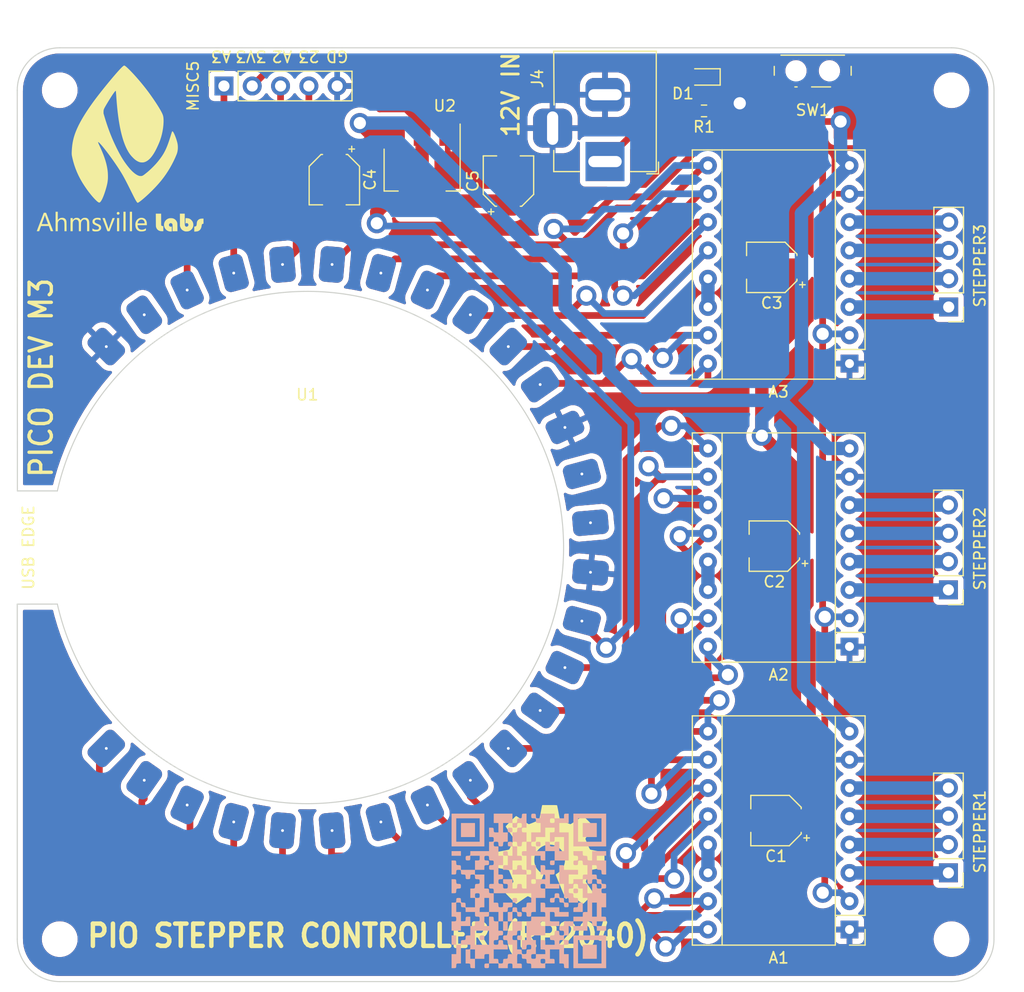
<source format=kicad_pcb>
(kicad_pcb (version 20211014) (generator pcbnew)
  (title_block (title "PIO STEPPER CONTROLLER") (date "2023-01-23") (rev "0.1") (company "AHMSVILLE LABS"))
  (layers (0 "F.Cu" signal) (31 "B.Cu" signal) (34 "B.Paste" user) (35 "F.Paste" user) (36 "B.SilkS" user "B.Silkscreen") (37 "F.SilkS" user "F.Silkscreen") (38 "B.Mask" user) (39 "F.Mask" user) (44 "Edge.Cuts" user))
  (net 0 "")
  (net 1 "GND")
  (net 2 "+3.3V")
  (net 3 "Net-(A1-Pad3)")
  (net 4 "Net-(A1-Pad4)")
  (net 5 "Net-(A1-Pad5)")
  (net 6 "Net-(A1-Pad6)")
  (net 7 "+12V")
  (net 8 "/MS1")
  (net 9 "/MS2")
  (net 10 "/MS3")
  (net 11 "Net-(A1-Pad13)")
  (net 12 "/M1_STEP")
  (net 13 "/M1_DIR")
  (net 14 "Net-(A2-Pad3)")
  (net 15 "Net-(A2-Pad4)")
  (net 16 "Net-(A2-Pad5)")
  (net 17 "Net-(A2-Pad6)")
  (net 18 "Net-(A2-Pad13)")
  (net 19 "/M2_STEP")
  (net 20 "/M2_DIR")
  (net 21 "Net-(A3-Pad3)")
  (net 22 "Net-(A3-Pad4)")
  (net 23 "Net-(A3-Pad5)")
  (net 24 "Net-(A3-Pad6)")
  (net 25 "Net-(A3-Pad13)")
  (net 26 "/M3_STEP")
  (net 27 "/M3_DIR")
  (net 28 "Net-(D1-Pad2)")
  (net 29 "Net-(J4-Pad1)")
  (net 34 "/M1_ENABLE")
  (net 35 "/M2_ENABLE")
  (net 36 "/M2_MS1")
  (net 37 "/M2_MS2")
  (net 38 "/M2_MS3")
  (net 39 "/M3_ENABLE")
  (net 40 "/M3_MS1")
  (net 41 "/M3_MS2")
  (net 42 "/M3_MS3")
  (net 43 "Net-(MISC5-Pad1)")
  (net 44 "Net-(MISC5-Pad3)")
  (net 45 "Net-(MISC5-Pad4)")
  (footprint "Capacitor_SMD:CP_Elec_4x5.4" (layer "F.Cu") (at 144.399 58.9534 90)
    (fp_text reference "C5")
    (fp_text value "C_Polarized")
  )
  (footprint "Connector_PinHeader_2.54mm:PinHeader_1x04_P2.54mm_Vertical" (layer "F.Cu") (at 183.896 70.2564 180)
    (fp_text reference "STEPPER3")
    (fp_text value "Conn_01x04_Male")
  )
  (footprint "LED_SMD:LED_0603_1608Metric" (layer "F.Cu") (at 161.9085 49.6064 180)
    (fp_text reference "D1")
    (fp_text value "LED")
  )
  (footprint "Capacitor_SMD:CP_Elec_4x5.4" (layer "F.Cu") (at 168.402 116.3574 180)
    (fp_text reference "C1")
    (fp_text value "C_Polarized")
  )
  (footprint "Module:Pololu_Breakout-16_15.2x20.3mm" (layer "F.Cu") (at 174.996 100.7364 180)
    (fp_text reference "A2")
    (fp_text value "Pololu_Breakout_A4988")
  )
  (footprint "Module:Pololu_Breakout-16_15.2x20.3mm" (layer "F.Cu") (at 174.996 75.3364 180)
    (fp_text reference "A3")
    (fp_text value "Pololu_Breakout_A4988")
  )
  (footprint "Module:Pololu_Breakout-16_15.2x20.3mm" (layer "F.Cu") (at 174.996 126.1364 180)
    (fp_text reference "A1")
    (fp_text value "Pololu_Breakout_A4988")
  )
  (footprint "MountingHole:MountingHole_2.2mm_M2" (layer "F.Cu") (at 184.15 127)
    (fp_text reference "H4")
    (fp_text value "MountingHole")
  )
  (footprint "LOGO" (layer "F.Cu") (at 148.082 119.38)
    (fp_text reference "G***")
    (fp_text value "LOGO" hide)
  )
  (footprint "LOGO" (layer "F.Cu") (at 109.55 56.4)
    (fp_text reference "G***")
    (fp_text value "LOGO" hide)
  )
  (footprint "Capacitor_SMD:CP_Elec_4x5.4" (layer "F.Cu") (at 168.253 91.7194 180)
    (fp_text reference "C2")
    (fp_text value "C_Polarized")
  )
  (footprint "MountingHole:MountingHole_2.2mm_M2" (layer "F.Cu") (at 104.14 127)
    (fp_text reference "H3")
    (fp_text value "MountingHole")
  )
  (footprint "MountingHole:MountingHole_2.2mm_M2" (layer "F.Cu") (at 104.14 50.8)
    (fp_text reference "H1")
    (fp_text value "MountingHole")
  )
  (footprint "Package_TO_SOT_SMD:SOT-223-3_TabPin2" (layer "F.Cu") (at 136.652 57.9374 -90)
    (fp_text reference "U2")
    (fp_text value "AP1117-33")
  )
  (footprint "Connector_PinSocket_2.54mm:PinSocket_1x05_P2.54mm_Vertical" (layer "F.Cu") (at 118.872 50.4194 90)
    (fp_text reference "MISC5")
    (fp_text value "Conn_01x05_Female")
  )
  (footprint "MY CUSTOM LIBRARY:PICO DEV M3" (layer "F.Cu") (at 126.351 91.8464)
    (fp_text reference "U1")
    (fp_text value "PICO_DEV_M3")
  )
  (footprint "MountingHole:MountingHole_2.2mm_M2" (layer "F.Cu") (at 184.15 50.8)
    (fp_text reference "H2")
    (fp_text value "MountingHole")
  )
  (footprint "Resistor_SMD:R_0603_1608Metric" (layer "F.Cu") (at 161.946 52.6544 180)
    (fp_text reference "R1")
    (fp_text value "5K")
  )
  (footprint "Capacitor_SMD:CP_Elec_4x5.4" (layer "F.Cu") (at 128.778 58.8264 -90)
    (fp_text reference "C4")
    (fp_text value "C_Polarized")
  )
  (footprint "Connector_BarrelJack:BarrelJack_Horizontal" (layer "F.Cu") (at 153.0604 57.2008 -90)
    (fp_text reference "J4")
    (fp_text value "Barrel_Jack_Switch")
  )
  (footprint "Button_Switch_SMD:SW_SPDT_PCM12" (layer "F.Cu") (at 171.696 49.3814 180)
    (fp_text reference "SW1")
    (fp_text value "SW_SPDT")
  )
  (footprint "Connector_PinHeader_2.54mm:PinHeader_1x04_P2.54mm_Vertical" (layer "F.Cu") (at 183.871 95.6464 180)
    (fp_text reference "STEPPER2")
    (fp_text value "Conn_01x04_Male")
  )
  (footprint "Capacitor_SMD:CP_Elec_4x5.4" (layer "F.Cu") (at 168.021 66.7004 180)
    (fp_text reference "C3")
    (fp_text value "C_Polarized")
  )
  (footprint "Connector_PinHeader_2.54mm:PinHeader_1x04_P2.54mm_Vertical" (layer "F.Cu") (at 183.871 121.0464 180)
    (fp_text reference "STEPPER1")
    (fp_text value "Conn_01x04_Male")
  )
  (footprint "LOGO" (layer "B.Cu") (at 146.2 122.7 180)
    (fp_text reference "G***")
    (fp_text value "LOGO" hide)
  )
  (gr_line (start 187.96 50.8) (end 187.96 127) (layer "Edge.Cuts") (width 0.1))
  (gr_line (start 104.14 46.99) (end 184.15 46.99) (layer "Edge.Cuts") (width 0.1))
  (gr_arc (start 104.14 130.81) (mid 101.445923 129.694077) (end 100.33 127) (layer "Edge.Cuts") (width 0.1))
  (gr_arc (start 103.926 86.7664) (mid 149.344195 91.847504) (end 103.925512 96.924246) (layer "Edge.Cuts") (width 0.1))
  (gr_line (start 184.15 130.81) (end 104.14 130.81) (layer "Edge.Cuts") (width 0.1))
  (gr_line (start 103.925512 96.924246) (end 100.33 96.9264) (layer "Edge.Cuts") (width 0.1))
  (gr_arc (start 187.96 127) (mid 186.844077 129.694077) (end 184.15 130.81) (layer "Edge.Cuts") (width 0.1))
  (gr_line (start 103.926 86.7664) (end 100.3414 86.7664) (layer "Edge.Cuts") (width 0.1))
  (gr_arc (start 184.15 46.99) (mid 186.844077 48.105923) (end 187.96 50.8) (layer "Edge.Cuts") (width 0.1))
  (gr_line (start 100.3414 86.7664) (end 100.33 50.8) (layer "Edge.Cuts") (width 0.1))
  (gr_line (start 100.33 96.9264) (end 100.33 127) (layer "Edge.Cuts") (width 0.1))
  (gr_arc (start 100.33 50.8) (mid 101.445923 48.105923) (end 104.14 46.99) (layer "Edge.Cuts") (width 0.1))
  (gr_text "GD" (at 129.032 47.752 180) (layer "F.SilkS") (effects (font (size 1 1))))
  (gr_text "3V3" (at 121.285 47.752 180) (layer "F.SilkS") (effects (font (size 1 1))))
  (gr_text "12V IN" (at 144.6 51.2 90) (layer "F.SilkS") (effects (font (size 1.5 1.5) (thickness 0.25))))
  (gr_text "A3" (at 118.618 47.752 180) (layer "F.SilkS") (effects (font (size 1 1))))
  (gr_text "A2" (at 124.079 47.752 180) (layer "F.SilkS") (effects (font (size 1 1))))
  (gr_text "PIO STEPPER CONTROLLER (RP2040)" (at 131.8 126.7) (layer "F.SilkS") (effects (font (size 2 1.8) (thickness 0.4))))
  (gr_text "23" (at 126.492 47.752 180) (layer "F.SilkS") (effects (font (size 1 1))))
  (segment (start 162.696 49.6064) (end 162.7888 49.6064) (width 0.6) (layer "F.Cu") (net 1))
  (segment (start 162.7888 49.6064) (end 165.1508 51.9684) (width 0.6) (layer "F.Cu") (net 1))
  (via (at 165.1508 51.9684) (size 1.8) (drill 1.1) (layers "F.Cu" "B.Cu") (net 1))
  (segment (start 121.412 50.4194) (end 123.038 48.7934) (width 0.6) (layer "F.Cu") (net 2))
  (segment (start 136.652 53.9374) (end 136.652 54.7874) (width 0.6) (layer "F.Cu") (net 2))
  (segment (start 172.5875 72.6694) (end 172.5875 57.122591) (width 0.6) (layer "F.Cu") (net 2))
  (segment (start 131.496 51.1304) (end 132.842 52.4764) (width 0.6) (layer "F.Cu") (net 2))
  (segment (start 130.81 48.7934) (end 131.496 49.4794) (width 0.6) (layer "F.Cu") (net 2))
  (segment (start 150.985902 98.661902) (end 153.162 100.838) (width 0.6) (layer "F.Cu") (net 2))
  (segment (start 172.778 98.0694) (end 172.778 122.3954) (width 0.6) (layer "F.Cu") (net 2))
  (segment (start 132.842 52.4764) (end 135.191 52.4764) (width 0.6) (layer "F.Cu") (net 2))
  (segment (start 162.143 55.3064) (end 157.083 60.3664) (width 0.6) (layer "F.Cu") (net 2))
  (segment (start 136.652 54.7874) (end 136.652 61.0874) (width 1.2) (layer "F.Cu") (net 2))
  (segment (start 172.593 122.5804) (end 172.593 122.8344) (width 0.6) (layer "F.Cu") (net 2))
  (segment (start 152.535186 61.5696) (end 145.2152 61.5696) (width 0.6) (layer "F.Cu") (net 2))
  (segment (start 135.191 52.4764) (end 136.652 53.9374) (width 0.6) (layer "F.Cu") (net 2))
  (segment (start 145.2152 61.5696) (end 144.399 60.7534) (width 0.6) (layer "F.Cu") (net 2))
  (segment (start 172.778 122.3954) (end 172.72 122.4534) (width 0.6) (layer "F.Cu") (net 2))
  (segment (start 157.083 60.3664) (end 153.738386 60.3664) (width 0.6) (layer "F.Cu") (net 2))
  (segment (start 153.738386 60.3664) (end 152.535186 61.5696) (width 0.6) (layer "F.Cu") (net 2))
  (segment (start 172.5875 97.8789) (end 172.778 98.0694) (width 0.6) (layer "F.Cu") (net 2))
  (segment (start 123.038 48.7934) (end 130.81 48.7934) (width 0.6) (layer "F.Cu") (net 2))
  (segment (start 133.2226 61.0874) (end 136.652 61.0874) (width 1.2) (layer "F.Cu") (net 2))
  (segment (start 172.5875 57.122591) (end 170.771309 55.3064) (width 0.6) (layer "F.Cu") (net 2))
  (segment (start 131.496 49.4794) (end 131.496 51.1304) (width 0.6) (layer "F.Cu") (net 2))
  (segment (start 172.5875 72.6694) (end 172.5875 97.8789) (width 0.6) (layer "F.Cu") (net 2))
  (segment (start 150.985902 98.447302) (end 150.985902 98.661902) (width 0.6) (layer "F.Cu") (net 2))
  (segment (start 172.72 122.4534) (end 172.593 122.5804) (width 0.6) (layer "F.Cu") (net 2))
  (segment (start 144.399 60.7534) (end 136.986 60.7534) (width 1.2) (layer "F.Cu") (net 2))
  (segment (start 132.588 62.738) (end 132.588 61.722) (width 1.2) (layer "F.Cu") (net 2))
  (segment (start 132.588 61.722) (end 133.2226 61.0874) (width 1.2) (layer "F.Cu") (net 2))
  (segment (start 170.771309 55.3064) (end 162.143 55.3064) (width 0.6) (layer "F.Cu") (net 2))
  (segment (start 136.986 60.7534) (end 136.652 61.0874) (width 1.2) (layer "F.Cu") (net 2))
  (via (at 172.5875 72.6694) (size 1.8) (drill 1.1) (layers "F.Cu" "B.Cu") (net 2))
  (via (at 132.588 62.738) (size 1.8) (drill 1.1) (layers "F.Cu" "B.Cu") (net 2))
  (via (at 172.593 122.8344) (size 1.8) (drill 1.1) (layers "F.Cu" "B.Cu") (net 2))
  (via (at 153.162 100.838) (size 1.8) (drill 1.1) (layers "F.Cu" "B.Cu") (net 2))
  (via (at 172.778 98.0694) (size 1.8) (drill 1.1) (layers "F.Cu" "B.Cu") (net 2))
  (segment (start 172.593 122.8344) (end 174.234 122.8344) (width 0.6) (layer "B.Cu") (net 2))
  (segment (start 132.842 62.992) (end 132.588 62.738) (width 0.6) (layer "B.Cu") (net 2))
  (segment (start 172.778 98.0694) (end 174.869 98.0694) (width 0.6) (layer "B.Cu") (net 2))
  (segment (start 174.869 72.6694) (end 174.996 72.7964) (width 0.6) (layer "B.Cu") (net 2))
  (segment (start 174.869 98.0694) (end 174.996 98.1964) (width 0.6) (layer "B.Cu") (net 2))
  (segment (start 137.668 62.992) (end 133.858 62.992) (width 0.6) (layer "B.Cu") (net 2))
  (segment (start 133.858 62.992) (end 132.842 62.992) (width 0.6) (layer "B.Cu") (net 2))
  (segment (start 174.234 122.8344) (end 174.996 123.5964) (width 0.6) (layer "B.Cu") (net 2))
  (segment (start 155.372 80.696) (end 153.924 79.248) (width 0.6) (layer "B.Cu") (net 2))
  (segment (start 153.162 100.838) (end 155.372 98.628) (width 0.6) (layer "B.Cu") (net 2))
  (segment (start 153.924 79.248) (end 137.668 62.992) (width 0.6) (layer "B.Cu") (net 2))
  (segment (start 155.372 98.628) (end 155.372 80.696) (width 0.6) (layer "B.Cu") (net 2))
  (segment (start 172.5875 72.6694) (end 174.869 72.6694) (width 0.6) (layer "B.Cu") (net 2))
  (segment (start 174.996 121.0564) (end 183.861 121.0564) (width 1.2) (layer "B.Cu") (net 3))
  (segment (start 183.861 121.0564) (end 183.871 121.0464) (width 1.2) (layer "B.Cu") (net 3))
  (segment (start 175.006 118.5064) (end 174.996 118.5164) (width 1.2) (layer "B.Cu") (net 4))
  (segment (start 183.871 118.5064) (end 175.006 118.5064) (width 1.2) (layer "B.Cu") (net 4))
  (segment (start 174.996 115.9764) (end 183.861 115.9764) (width 1.2) (layer "B.Cu") (net 5))
  (segment (start 183.861 115.9764) (end 183.871 115.9664) (width 1.2) (layer "B.Cu") (net 5))
  (segment (start 183.861 113.4364) (end 183.871 113.4264) (width 1.2) (layer "B.Cu") (net 6))
  (segment (start 174.996 113.4364) (end 183.861 113.4364) (width 1.2) (layer "B.Cu") (net 6))
  (segment (start 167.132 81.8134) (end 170.053 84.7344) (width 1.2) (layer "F.Cu") (net 7))
  (segment (start 132.105 54.7874) (end 131.064 53.7464) (width 1.2) (layer "F.Cu") (net 7))
  (segment (start 128.778 57.0264) (end 130.324 57.0264) (width 1.2) (layer "F.Cu") (net 7))
  (segment (start 131.953 55.3974) (end 131.978 55.4224) (width 1.2) (layer "F.Cu") (net 7))
  (segment (start 170.053 84.7344) (end 170.053 91.7194) (width 1.2) (layer "F.Cu") (net 7))
  (segment (start 163.723 53.6064) (end 162.771 52.6544) (width 0.6) (layer "F.Cu") (net 7))
  (segment (start 170.053 116.2084) (end 170.202 116.3574) (width 1.2) (layer "F.Cu") (net 7))
  (segment (start 174.196 53.6064) (end 163.723 53.6064) (width 0.6) (layer "F.Cu") (net 7))
  (segment (start 170.053 91.7194) (end 170.053 116.2084) (width 1.2) (layer "F.Cu") (net 7))
  (segment (start 167.132 81.8134) (end 167.132 75.2094) (width 1.2) (layer "F.Cu") (net 7))
  (segment (start 130.324 57.0264) (end 131.953 55.3974) (width 1.2) (layer "F.Cu") (net 7))
  (segment (start 131.978 55.4224) (end 132.613 54.7874) (width 1.2) (layer "F.Cu") (net 7))
  (segment (start 134.352 54.7874) (end 132.105 54.7874) (width 1.2) (layer "F.Cu") (net 7))
  (segment (start 132.613 54.7874) (end 134.352 54.7874) (width 1.2) (layer "F.Cu") (net 7))
  (segment (start 173.946 50.8114) (end 173.946 53.3564) (width 0.6) (layer "F.Cu") (net 7))
  (segment (start 167.132 75.2094) (end 169.821 72.5204) (width 1.2) (layer "F.Cu") (net 7))
  (segment (start 173.946 53.3564) (end 174.196 53.6064) (width 0.6) (layer "F.Cu") (net 7))
  (segment (start 169.821 72.5204) (end 169.821 66.7004) (width 1.2) (layer "F.Cu") (net 7))
  (via (at 167.132 81.8134) (size 1.8) (drill 1.1) (layers "F.Cu" "B.Cu") (net 7))
  (via (at 131.064 53.7464) (size 1.8) (drill 1.1) (layers "F.Cu" "B.Cu") (net 7))
  (via (at 174.196 53.6064) (size 1.8) (drill 1.1) (layers "F.Cu" "B.Cu") (net 7))
  (segment (start 149.484 70.236) (end 153.416 74.168) (width 1.2) (layer "B.Cu") (net 7))
  (segment (start 156.1084 78.6384) (end 168.783 78.6384) (width 1.2) (layer "B.Cu") (net 7))
  (segment (start 174.196 56.7564) (end 174.996 57.5564) (width 1.2) (layer "B.Cu") (net 7))
  (segment (start 173.101 82.9564) (end 170.8785 80.7339) (width 1.2) (layer "B.Cu") (net 7))
  (segment (start 174.996 82.9564) (end 173.101 82.9564) (width 1.2) (layer "B.Cu") (net 7))
  (segment (start 131.064 53.7464) (end 135.2804 53.7464) (width 1.2) (layer "B.Cu") (net 7))
  (segment (start 168.783 78.6384) (end 167.132 80.2894) (width 1.2) (layer "B.Cu") (net 7))
  (segment (start 170.688 76.7334) (end 170.688 61.858815) (width 1.2) (layer "B.Cu") (net 7))
  (segment (start 135.2804 53.7464) (end 146.68 65.146) (width 1.2) (layer "B.Cu") (net 7))
  (segment (start 149.484 66.934) (end 149.484 70.236) (width 1.2) (layer "B.Cu") (net 7))
  (segment (start 168.783 78.6384) (end 170.688 76.7334) (width 1.2) (layer "B.Cu") (net 7))
  (segment (start 174.196 53.6064) (end 174.196 56.7564) (width 1.2) (layer "B.Cu") (net 7))
  (segment (start 147.696 65.146) (end 149.484 66.934) (width 1.2) (layer "B.Cu") (net 7))
  (segment (start 170.8785 80.7339) (end 168.783 78.6384) (width 1.2) (layer "B.Cu") (net 7))
  (segment (start 174.996 108.3564) (end 170.8785 104.2389) (width 1.2) (layer "B.Cu") (net 7))
  (segment (start 167.132 80.2894) (end 167.132 81.8134) (width 1.2) (layer "B.Cu") (net 7))
  (segment (start 170.8785 104.2389) (end 170.8785 80.7339) (width 1.2) (layer "B.Cu") (net 7))
  (segment (start 174.990415 57.5564) (end 174.996 57.5564) (width 1.2) (layer "B.Cu") (net 7))
  (segment (start 153.416 74.168) (end 153.416 75.946) (width 1.2) (layer "B.Cu") (net 7))
  (segment (start 146.68 65.146) (end 147.696 65.146) (width 1.2) (layer "B.Cu") (net 7))
  (segment (start 153.416 75.946) (end 156.1084 78.6384) (width 1.2) (layer "B.Cu") (net 7))
  (segment (start 170.688 61.858815) (end 174.990415 57.5564) (width 1.2) (layer "B.Cu") (net 7))
  (segment (start 157.226 111.335544) (end 156.786856 110.8964) (width 0.6) (layer "F.Cu") (net 8))
  (segment (start 124.128186 117.253277) (end 124.128186 120.470586) (width 0.6) (layer "F.Cu") (net 8))
  (segment (start 124.206 120.5484) (end 147.134856 120.5484) (width 0.6) (layer "F.Cu") (net 8))
  (segment (start 124.128186 120.470586) (end 124.206 120.5484) (width 0.6) (layer "F.Cu") (net 8))
  (segment (start 156.786856 110.8964) (end 162.296 110.8964) (width 0.6) (layer "F.Cu") (net 8))
  (segment (start 147.134856 120.5484) (end 156.786856 110.8964) (width 0.6) (layer "F.Cu") (net 8))
  (segment (start 157.226 113.9444) (end 157.226 111.335544) (width 0.6) (layer "F.Cu") (net 8))
  (via (at 157.226 113.9444) (size 1.8) (drill 1.1) (layers "F.Cu" "B.Cu") (net 8))
  (segment (start 157.48 113.6904) (end 157.226 113.9444) (width 0.6) (layer "B.Cu") (net 8))
  (segment (start 162.296 110.8964) (end 160.274 110.8964) (width 0.6) (layer "B.Cu") (net 8))
  (segment (start 160.274 110.8964) (end 157.48 113.6904) (width 0.6) (layer "B.Cu") (net 8))
  (segment (start 157.734 119.0244) (end 154.94 121.8184) (width 0.6) (layer "F.Cu") (net 9))
  (segment (start 162.296 113.4364) (end 157.734 117.9984) (width 0.6) (layer "F.Cu") (net 9))
  (segment (start 154.94 119.2784) (end 154.94 121.8184) (width 0.6) (layer "F.Cu") (net 9))
  (segment (start 119.750098 120.918498) (end 119.750098 116.481302) (width 0.6) (layer "F.Cu") (net 9))
  (segment (start 120.65 121.8184) (end 119.750098 120.918498) (width 0.6) (layer "F.Cu") (net 9))
  (segment (start 154.94 121.8184) (end 120.65 121.8184) (width 0.6) (layer "F.Cu") (net 9))
  (segment (start 157.734 117.9984) (end 157.734 119.0244) (width 0.6) (layer "F.Cu") (net 9))
  (via (at 154.94 119.2784) (size 1.8) (drill 1.1) (layers "F.Cu" "B.Cu") (net 9))
  (segment (start 155.194 119.2784) (end 154.94 119.2784) (width 0.6) (layer "B.Cu") (net 9))
  (segment (start 161.036 113.4364) (end 155.448 119.0244) (width 0.6) (layer "B.Cu") (net 9))
  (segment (start 162.296 113.4364) (end 161.036 113.4364) (width 0.6) (layer "B.Cu") (net 9))
  (segment (start 155.448 119.0244) (end 155.194 119.2784) (width 0.6) (layer "B.Cu") (net 9))
  (segment (start 154.93 123.3424) (end 162.296 115.9764) (width 0.6) (layer "F.Cu") (net 10))
  (segment (start 115.824 115.212233) (end 115.824 120.2944) (width 0.6) (layer "F.Cu") (net 10))
  (segment (start 118.872 123.3424) (end 154.93 123.3424) (width 0.6) (layer "F.Cu") (net 10))
  (segment (start 115.572575 114.960808) (end 115.824 115.212233) (width 0.6) (layer "F.Cu") (net 10))
  (segment (start 115.824 120.2944) (end 118.872 123.3424) (width 0.6) (layer "F.Cu") (net 10))
  (segment (start 159.258 121.5644) (end 156.718 121.5644) (width 0.6) (layer "F.Cu") (net 10))
  (via (at 159.258 121.5644) (size 1.8) (drill 1.1) (layers "F.Cu" "B.Cu") (net 10))
  (segment (start 162.296 116.395079) (end 162.296 115.9764) (width 0.6) (layer "B.Cu") (net 10))
  (segment (start 159.258 121.5644) (end 159.258 119.433079) (width 0.6) (layer "B.Cu") (net 10))
  (segment (start 159.258 119.433079) (end 162.296 116.395079) (width 0.6) (layer "B.Cu") (net 10))
  (segment (start 162.296 118.5164) (end 162.296 121.0564) (width 1.2) (layer "B.Cu") (net 11))
  (segment (start 111.506 114.594573) (end 111.506 118.5164) (width 0.6) (layer "F.Cu") (net 12))
  (segment (start 111.722548 114.378025) (end 111.506 114.594573) (width 0.6) (layer "F.Cu") (net 12))
  (segment (start 117.856 124.8664) (end 155.956 124.8664) (width 0.6) (layer "F.Cu") (net 12))
  (segment (start 157.48 123.3424) (end 155.956 124.8664) (width 0.6) (layer "F.Cu") (net 12))
  (segment (start 111.722548 112.737994) (end 111.722548 114.378025) (width 0.6) (layer "F.Cu") (net 12))
  (segment (start 111.506 118.5164) (end 117.856 124.8664) (width 0.6) (layer "F.Cu") (net 12))
  (segment (start 155.956 124.8664) (end 161.026 124.8664) (width 0.6) (layer "F.Cu") (net 12))
  (segment (start 161.026 124.8664) (end 162.296 123.5964) (width 0.6) (layer "F.Cu") (net 12))
  (via (at 157.48 123.3424) (size 1.8) (drill 1.1) (layers "F.Cu" "B.Cu") (net 12))
  (segment (start 162.296 123.5964) (end 157.734 123.5964) (width 0.6) (layer "B.Cu") (net 12))
  (segment (start 157.734 123.5964) (end 157.48 123.3424) (width 0.6) (layer "B.Cu") (net 12))
  (segment (start 158.496 127.6604) (end 157.226 126.3904) (width 0.6) (layer "F.Cu") (net 13))
  (segment (start 157.226 126.1364) (end 162.296 126.1364) (width 0.6) (layer "F.Cu") (net 13))
  (segment (start 116.586 126.1364) (end 157.226 126.1364) (width 0.6) (layer "F.Cu") (net 13))
  (segment (start 157.226 126.3904) (end 157.226 126.1364) (width 0.6) (layer "F.Cu") (net 13))
  (segment (start 107.696 110.5014) (end 107.696 117.2464) (width 0.6) (layer "F.Cu") (net 13))
  (segment (start 108.317 109.8804) (end 107.696 110.5014) (width 0.6) (layer "F.Cu") (net 13))
  (segment (start 107.696 117.2464) (end 116.586 126.1364) (width 0.6) (layer "F.Cu") (net 13))
  (via (at 158.496 127.6604) (size 1.8) (drill 1.1) (layers "F.Cu" "B.Cu") (net 13))
  (segment (start 158.75 127.9144) (end 158.496 127.6604) (width 0.6) (layer "B.Cu") (net 13))
  (segment (start 160.528 126.1364) (end 158.75 127.9144) (width 0.6) (layer "B.Cu") (net 13))
  (segment (start 162.296 126.1364) (end 160.528 126.1364) (width 0.6) (layer "B.Cu") (net 13))
  (segment (start 183.861 95.6564) (end 183.871 95.6464) (width 1.2) (layer "B.Cu") (net 14))
  (segment (start 174.996 95.6564) (end 183.861 95.6564) (width 1.2) (layer "B.Cu") (net 14))
  (segment (start 174.996 93.1164) (end 183.861 93.1164) (width 1.2) (layer "B.Cu") (net 15))
  (segment (start 183.861 93.1164) (end 183.871 93.1064) (width 1.2) (layer "B.Cu") (net 15))
  (segment (start 174.996 90.5764) (end 183.861 90.5764) (width 1.2) (layer "B.Cu") (net 16))
  (segment (start 183.861 90.5764) (end 183.871 90.5664) (width 1.2) (layer "B.Cu") (net 16))
  (segment (start 183.861 88.0364) (end 183.871 88.0264) (width 1.2) (layer "B.Cu") (net 17))
  (segment (start 174.996 88.0364) (end 183.861 88.0364) (width 1.2) (layer "B.Cu") (net 17))
  (segment (start 162.296 93.1164) (end 162.296 95.6564) (width 1.2) (layer "B.Cu") (net 18))
  (segment (start 159.8415 98.1964) (end 159.8415 99.8989) (width 0.6) (layer "F.Cu") (net 19))
  (segment (start 146.448214 116.9924) (end 159.512 103.928614) (width 0.6) (layer "F.Cu") (net 19))
  (segment (start 160.264 100.2284) (end 162.296 98.1964) (width 0.6) (layer "F.Cu") (net 19))
  (segment (start 159.512 100.2284) (end 160.264 100.2284) (width 0.6) (layer "F.Cu") (net 19))
  (segment (start 138.938 116.769383) (end 138.938 116.9924) (width 0.6) (layer "F.Cu") (net 19))
  (segment (start 138.938 116.9924) (end 146.448214 116.9924) (width 0.6) (layer "F.Cu") (net 19))
  (segment (start 137.129425 114.960808) (end 138.938 116.769383) (width 0.6) (layer "F.Cu") (net 19))
  (segment (start 159.512 103.928614) (end 159.512 100.2284) (width 0.6) (layer "F.Cu") (net 19))
  (segment (start 159.8415 99.8989) (end 159.512 100.2284) (width 0.6) (layer "F.Cu") (net 19))
  (via (at 159.8415 98.1964) (size 1.8) (drill 1.1) (layers "F.Cu" "B.Cu") (net 19))
  (segment (start 159.8415 98.1964) (end 162.296 98.1964) (width 0.4) (layer "B.Cu") (net 19))
  (segment (start 134.733 118.2624) (end 146.592428 118.2624) (width 0.6) (layer "F.Cu") (net 20))
  (segment (start 162.296 103.5404) (end 162.296 100.7364) (width 0.6) (layer "F.Cu") (net 20))
  (segment (start 132.951902 116.481302) (end 134.733 118.2624) (width 0.6) (layer "F.Cu") (net 20))
  (segment (start 163.82 103.5404) (end 162.296 103.5404) (width 0.6) (layer "F.Cu") (net 20))
  (segment (start 161.314428 103.5404) (end 162.296 103.5404) (width 0.6) (layer "F.Cu") (net 20))
  (segment (start 146.592428 118.2624) (end 161.314428 103.5404) (width 0.6) (layer "F.Cu") (net 20))
  (segment (start 164.084 103.2764) (end 163.82 103.5404) (width 0.6) (layer "F.Cu") (net 20))
  (via (at 164.084 103.2764) (size 1.8) (drill 1.1) (layers "F.Cu" "B.Cu") (net 20))
  (segment (start 162.296 100.7364) (end 162.296 101.4884) (width 0.6) (layer "B.Cu") (net 20))
  (segment (start 162.296 101.4884) (end 164.084 103.2764) (width 0.6) (layer "B.Cu") (net 20))
  (segment (start 174.996 70.2564) (end 183.896 70.2564) (width 1.2) (layer "B.Cu") (net 21))
  (segment (start 174.996 67.7164) (end 183.896 67.7164) (width 1.2) (layer "B.Cu") (net 22))
  (segment (start 174.996 65.1764) (end 183.896 65.1764) (width 1.2) (layer "B.Cu") (net 23))
  (segment (start 174.996 62.6364) (end 183.896 62.6364) (width 1.2) (layer "B.Cu") (net 24))
  (segment (start 162.296 67.7164) (end 162.296 70.2564) (width 1.2) (layer "B.Cu") (net 25))
  (segment (start 149.098 72.7964) (end 156.464 72.7964) (width 0.6) (layer "F.Cu") (net 26))
  (segment (start 148.082 73.8124) (end 149.098 72.7964) (width 0.6) (layer "F.Cu") (net 26))
  (segment (start 158.242 74.8284) (end 156.464 73.0504) (width 0.6) (layer "F.Cu") (net 26))
  (segment (start 156.464 73.0504) (end 156.464 72.7964) (width 0.6) (layer "F.Cu") (net 26))
  (segment (start 144.385 73.8124) (end 148.082 73.8124) (width 0.6) (layer "F.Cu") (net 26))
  (segment (start 156.464 72.7964) (end 162.296 72.7964) (width 0.6) (layer "F.Cu") (net 26))
  (via (at 158.242 74.8284) (size 1.8) (drill 1.1) (layers "F.Cu" "B.Cu") (net 26))
  (segment (start 160.274 72.7964) (end 158.242 74.8284) (width 0.6) (layer "B.Cu") (net 26))
  (segment (start 162.296 72.7964) (end 160.274 72.7964) (width 0.6) (layer "B.Cu") (net 26))
  (segment (start 152.908 77.1144) (end 162.052 77.1144) (width 0.6) (layer "F.Cu") (net 27))
  (segment (start 162.296 76.8704) (end 162.296 75.3364) (width 0.6) (layer "F.Cu") (net 27))
  (segment (start 147.242594 77.217948) (end 147.346142 77.1144) (width 0.6) (layer "F.Cu") (net 27))
  (segment (start 162.052 77.1144) (end 162.296 76.8704) (width 0.6) (layer "F.Cu") (net 27))
  (segment (start 155.448 74.93) (end 155.0924 74.93) (width 0.6) (layer "F.Cu") (net 27))
  (segment (start 155.0924 74.93) (end 152.908 77.1144) (width 0.6) (layer "F.Cu") (net 27))
  (segment (start 147.346142 77.1144) (end 152.908 77.1144) (width 0.6) (layer "F.Cu") (net 27))
  (via (at 155.448 74.93) (size 1.8) (drill 1.1) (layers "F.Cu" "B.Cu") (net 27))
  (segment (start 157.6324 77.1144) (end 160.518 77.1144) (width 0.6) (layer "B.Cu") (net 27))
  (segment (start 155.448 74.93) (end 157.6324 77.1144) (width 0.6) (layer "B.Cu") (net 27))
  (segment (start 160.518 77.1144) (end 162.296 75.3364) (width 0.6) (layer "B.Cu") (net 27))
  (segment (start 161.121 49.6064) (end 161.121 52.6544) (width 0.6) (layer "F.Cu") (net 28))
  (segment (start 170.946 50.8114) (end 170.946 52.1614) (width 0.6) (layer "F.Cu") (net 29))
  (segment (start 163.296 47.8064) (end 159.9148 47.8064) (width 0.6) (layer "F.Cu") (net 29))
  (segment (start 170.946 52.1614) (end 170.846 52.2614) (width 0.6) (layer "F.Cu") (net 29))
  (segment (start 156.9212 53.34) (end 153.0604 57.2008) (width 0.6) (layer "F.Cu") (net 29))
  (segment (start 156.9212 50.8) (end 156.9212 53.34) (width 0.6) (layer "F.Cu") (net 29))
  (segment (start 159.9148 47.8064) (end 156.9212 50.8) (width 0.6) (layer "F.Cu") (net 29))
  (segment (start 167.751 52.2614) (end 163.296 47.8064) (width 0.6) (layer "F.Cu") (net 29))
  (segment (start 170.846 52.2614) (end 167.751 52.2614) (width 0.6) (layer "F.Cu") (net 29))
  (segment (start 163.322 105.5624) (end 160.706642 105.5624) (width 0.6) (layer "F.Cu") (net 34))
  (segment (start 162.296 108.3564) (end 157.912642 108.3564) (width 0.6) (layer "F.Cu") (net 34))
  (segment (start 160.706642 105.5624) (end 157.912642 108.3564) (width 0.6) (layer "F.Cu") (net 34))
  (segment (start 128.524 117.303091) (end 128.573814 117.253277) (width 0.6) (layer "F.Cu") (net 34))
  (segment (start 146.736642 119.5324) (end 128.524 119.5324) (width 0.6) (layer "F.Cu") (net 34))
  (segment (start 157.912642 108.3564) (end 146.736642 119.5324) (width 0.6) (layer "F.Cu") (net 34))
  (segment (start 128.524 119.5324) (end 128.524 117.303091) (width 0.6) (layer "F.Cu") (net 34))
  (via (at 163.322 105.5624) (size 1.8) (drill 1.1) (layers "F.Cu" "B.Cu") (net 34))
  (segment (start 162.296 108.3564) (end 162.296 106.5884) (width 0.6) (layer "B.Cu") (net 34))
  (segment (start 162.296 106.5884) (end 163.322 105.5624) (width 0.6) (layer "B.Cu") (net 34))
  (segment (start 162.296 82.9564) (end 155.956 82.9564) (width 0.6) (layer "F.Cu") (net 35))
  (segment (start 154.94 83.9724) (end 154.94 101.7524) (width 0.6) (layer "F.Cu") (net 35))
  (segment (start 155.956 82.9564) (end 154.94 83.9724) (width 0.6) (layer "F.Cu") (net 35))
  (segment (start 157.988 80.9244) (end 155.956 82.9564) (width 0.6) (layer "F.Cu") (net 35))
  (segment (start 154.94 101.7524) (end 154.067575 102.624825) (width 0.6) (layer "F.Cu") (net 35))
  (segment (start 154.067575 102.624825) (end 149.465408 102.624825) (width 0.6) (layer "F.Cu") (net 35))
  (segment (start 159.004 80.9244) (end 157.988 80.9244) (width 0.6) (layer "F.Cu") (net 35))
  (via (at 159.004 80.9244) (size 1.8) (drill 1.1) (layers "F.Cu" "B.Cu") (net 35))
  (segment (start 159.004 80.9244) (end 160.264 80.9244) (width 0.6) (layer "B.Cu") (net 35))
  (segment (start 160.264 80.9244) (end 162.296 82.9564) (width 0.6) (layer "B.Cu") (net 35))
  (segment (start 155.956 103.0224) (end 155.956 87.5284) (width 0.6) (layer "F.Cu") (net 36))
  (segment (start 157.0475 84.5559) (end 156.972 84.5559) (width 0.6) (layer "F.Cu") (net 36))
  (segment (start 158.242 85.7504) (end 158.496 85.4964) (width 0.6) (layer "F.Cu") (net 36))
  (segment (start 147.242594 106.474852) (end 152.503548 106.474852) (width 0.6) (layer "F.Cu") (net 36))
  (segment (start 155.956 87.5284) (end 157.734 85.7504) (width 0.6) (layer "F.Cu") (net 36))
  (segment (start 158.242 85.7504) (end 157.0475 84.5559) (width 0.6) (layer "F.Cu") (net 36))
  (segment (start 152.503548 106.474852) (end 155.956 103.0224) (width 0.6) (layer "F.Cu") (net 36))
  (segment (start 158.496 85.4964) (end 162.296 85.4964) (width 0.6) (layer "F.Cu") (net 36))
  (segment (start 157.734 85.7504) (end 158.242 85.7504) (width 0.6) (layer "F.Cu") (net 36))
  (via (at 156.972 84.5559) (size 1.8) (drill 1.1) (layers "F.Cu" "B.Cu") (net 36))
  (segment (start 157.9125 85.4964) (end 156.972 84.5559) (width 0.6) (layer "B.Cu") (net 36))
  (segment (start 162.296 85.4964) (end 157.9125 85.4964) (width 0.6) (layer "B.Cu") (net 36))
  (segment (start 150.731786 109.8804) (end 144.385 109.8804) (width 0.6) (layer "F.Cu") (net 37))
  (segment (start 160.02 88.0364) (end 157.026893 91.029507) (width 0.6) (layer "F.Cu") (net 37))
  (segment (start 160.274 88.0364) (end 160.02 88.0364) (width 0.6) (layer "F.Cu") (net 37))
  (segment (start 158.319268 87.427168) (end 159.664768 87.427168) (width 0.6) (layer "F.Cu") (net 37))
  (segment (start 159.664768 87.427168) (end 160.274 88.0364) (width 0.6) (layer "F.Cu") (net 37))
  (segment (start 162.296 88.0364) (end 160.274 88.0364) (width 0.6) (layer "F.Cu") (net 37))
  (segment (start 157.026893 91.029507) (end 157.026893 103.585293) (width 0.6) (layer "F.Cu") (net 37))
  (segment (start 157.026893 103.585293) (end 150.731786 109.8804) (width 0.6) (layer "F.Cu") (net 37))
  (via (at 158.319268 87.427168) (size 1.8) (drill 1.1) (layers "F.Cu" "B.Cu") (net 37))
  (segment (start 158.319268 87.427168) (end 161.686768 87.427168) (width 0.6) (layer "B.Cu") (net 37))
  (segment (start 161.686768 87.427168) (end 162.296 88.0364) (width 0.6) (layer "B.Cu") (net 37))
  (segment (start 158.242 103.7844) (end 158.242 94.6304) (width 0.6) (layer "F.Cu") (net 38))
  (segment (start 158.242 94.6304) (end 160.523 92.3494) (width 0.6) (layer "F.Cu") (net 38))
  (segment (start 142.24 115.4684) (end 146.558 115.4684) (width 0.6) (layer "F.Cu") (net 38))
  (segment (start 160.523 92.3494) (end 162.296 90.5764) (width 0.6) (layer "F.Cu") (net 38))
  (segment (start 140.979452 112.737994) (end 140.979452 114.207852) (width 0.6) (layer "F.Cu") (net 38))
  (segment (start 140.979452 114.207852) (end 142.24 115.4684) (width 0.6) (layer "F.Cu") (net 38))
  (segment (start 159.766 90.8304) (end 159.766 91.5924) (width 0.6) (layer "F.Cu") (net 38))
  (segment (start 146.558 115.4684) (end 158.242 103.7844) (width 0.6) (layer "F.Cu") (net 38))
  (segment (start 159.766 91.5924) (end 160.523 92.3494) (width 0.6) (layer "F.Cu") (net 38))
  (via (at 159.766 90.8304) (size 1.8) (drill 1.1) (layers "F.Cu" "B.Cu") (net 38))
  (segment (start 160.02 90.5764) (end 159.766 90.8304) (width 0.6) (layer "B.Cu") (net 38))
  (segment (start 162.296 90.5764) (end 160.02 90.5764) (width 0.6) (layer "B.Cu") (net 38))
  (segment (start 149.8854 64.6684) (end 150.8506 64.6684) (width 0.6) (layer "F.Cu") (net 39))
  (segment (start 154.1526 61.3664) (end 158.136 61.3664) (width 0.6) (layer "F.Cu") (net 39))
  (segment (start 158.136 61.3664) (end 161.946 57.5564) (width 0.6) (layer "F.Cu") (net 39))
  (segment (start 148.463 63.246) (end 149.8854 64.6684) (width 0.6) (layer "F.Cu") (net 39))
  (segment (start 128.573814 66.439523) (end 130.344937 64.6684) (width 0.6) (layer "F.Cu") (net 39))
  (segment (start 130.344937 64.6684) (end 150.8506 64.6684) (width 0.6) (layer "F.Cu") (net 39))
  (segment (start 161.946 57.5564) (end 162.296 57.5564) (width 0.6) (layer "F.Cu") (net 39))
  (segment (start 150.8506 64.6684) (end 154.1526 61.3664) (width 0.6) (layer "F.Cu") (net 39))
  (via (at 148.463 63.246) (size 1.8) (drill 1.1) (layers "F.Cu" "B.Cu") (net 39))
  (segment (start 159.3596 57.5564) (end 162.296 57.5564) (width 0.6) (layer "B.Cu") (net 39))
  (segment (start 148.463 63.246) (end 151.1554 63.246) (width 0.6) (layer "B.Cu") (net 39))
  (segment (start 151.1554 63.246) (end 152.9334 61.468) (width 0.6) (layer "B.Cu") (net 39))
  (segment (start 152.9334 61.468) (end 155.448 61.468) (width 0.6) (layer "B.Cu") (net 39))
  (segment (start 155.448 61.468) (end 159.3596 57.5564) (width 0.6) (layer "B.Cu") (net 39))
  (segment (start 155.702 65.9384) (end 161.544 60.0964) (width 0.6) (layer "F.Cu") (net 40))
  (segment (start 161.544 60.0964) (end 162.296 60.0964) (width 0.6) (layer "F.Cu") (net 40))
  (segment (start 154.686 63.6524) (end 154.686 64.9224) (width 0.6) (layer "F.Cu") (net 40))
  (segment (start 154.686 64.9224) (end 155.702 65.9384) (width 0.6) (layer "F.Cu") (net 40))
  (segment (start 134.225 65.9384) (end 155.702 65.9384) (width 0.6) (layer "F.Cu") (net 40))
  (segment (start 132.951902 67.211498) (end 134.225 65.9384) (width 0.6) (layer "F.Cu") (net 40))
  (via (at 154.686 63.6524) (size 1.8) (drill 1.1) (layers "F.Cu" "B.Cu") (net 40))
  (segment (start 158.242 60.0964) (end 154.686 63.6524) (width 0.6) (layer "B.Cu") (net 40))
  (segment (start 162.296 60.0964) (end 158.242 60.0964) (width 0.6) (layer "B.Cu") (net 40))
  (segment (start 138.176 67.4624) (end 153.924 67.4624) (width 0.6) (layer "F.Cu") (net 41))
  (segment (start 137.129425 68.508975) (end 138.176 67.4624) (width 0.6) (layer "F.Cu") (net 41))
  (segment (start 153.924 68.4784) (end 153.924 67.4624) (width 0.6) (layer "F.Cu") (net 41))
  (segment (start 161.29 62.6364) (end 162.296 62.6364) (width 0.6) (layer "F.Cu") (net 41))
  (segment (start 156.464 67.4624) (end 161.29 62.6364) (width 0.6) (layer "F.Cu") (net 41))
  (segment (start 153.924 67.4624) (end 156.464 67.4624) (width 0.6) (layer "F.Cu") (net 41))
  (segment (start 137.129425 68.731992) (end 137.129425 68.508975) (width 0.6) (layer "F.Cu") (net 41))
  (segment (start 154.686 69.2404) (end 153.924 68.4784) (width 0.6) (layer "F.Cu") (net 41))
  (via (at 154.686 69.2404) (size 1.8) (drill 1.1) (layers "F.Cu" "B.Cu") (net 41))
  (segment (start 155.692 69.2404) (end 154.686 69.2404) (width 0.6) (layer "B.Cu") (net 41))
  (segment (start 162.296 62.6364) (end 155.692 69.2404) (width 0.6) (layer "B.Cu") (net 41))
  (segment (start 156.464 71.0184) (end 162.296 65.1864) (width 0.6) (layer "F.Cu") (net 42))
  (segment (start 140.979452 70.954806) (end 141.043046 71.0184) (width 0.6) (layer "F.Cu") (net 42))
  (segment (start 141.043046 71.0184) (end 149.352 71.0184) (width 0.6) (layer "F.Cu") (net 42))
  (segment (start 149.606 71.0184) (end 149.352 71.0184) (width 0.6) (layer "F.Cu") (net 42))
  (segment (start 151.384 69.2404) (end 149.606 71.0184) (width 0.6) (layer "F.Cu") (net 42))
  (segment (start 149.352 71.0184) (end 156.464 71.0184) (width 0.6) (layer "F.Cu") (net 42))
  (segment (start 162.296 65.1864) (end 162.296 65.1764) (width 0.6) (layer "F.Cu") (net 42))
  (via (at 151.384 69.2404) (size 1.8) (drill 1.1) (layers "F.Cu" "B.Cu") (net 42))
  (segment (start 162.296 65.1764) (end 156.632 70.8404) (width 0.6) (layer "B.Cu") (net 42))
  (segment (start 156.632 70.8404) (end 152.984 70.8404) (width 0.6) (layer "B.Cu") (net 42))
  (segment (start 152.984 70.8404) (end 151.384 69.2404) (width 0.6) (layer "B.Cu") (net 42))
  (segment (start 115.57 61.4934) (end 115.57 68.729417) (width 0.6) (layer "F.Cu") (net 43))
  (segment (start 118.872 58.1914) (end 115.57 61.4934) (width 0.6) (layer "F.Cu") (net 43))
  (segment (start 115.57 68.729417) (end 115.572575 68.731992) (width 0.6) (layer "F.Cu") (net 43))
  (segment (start 118.872 50.4194) (end 118.872 58.1914) (width 0.6) (layer "F.Cu") (net 43))
  (segment (start 123.952 50.4194) (end 123.952 57.8104) (width 0.6) (layer "F.Cu") (net 44))
  (segment (start 119.750098 62.012302) (end 119.750098 67.211498) (width 0.6) (layer "F.Cu") (net 44))
  (segment (start 123.952 57.8104) (end 119.750098 62.012302) (width 0.6) (layer "F.Cu") (net 44))
  (segment (start 126.492 50.4194) (end 126.492 53.3654) (width 0.6) (layer "F.Cu") (net 45))
  (segment (start 126.492 53.3654) (end 125.349 54.5084) (width 0.6) (layer "F.Cu") (net 45))
  (segment (start 125.349 65.218709) (end 124.128186 66.439523) (width 0.6) (layer "F.Cu") (net 45))
  (segment (start 125.349 54.5084) (end 125.349 65.218709) (width 0.6) (layer "F.Cu") (net 45))
  (zone (net 7) (net_name "+12V") (layer "F.Cu") (priority 1) (connect_pads yes (clearance 0.508)) (min_thickness 0.254) (fill yes (thermal_gap 0.508) (thermal_bridge_width 0.508))
    (polygon (pts (xy 174.3202 51.5874) (xy 176.1744 53.4416) (xy 176.1744 55.2196) (xy 173.5836 55.2196) (xy 173.5836 50.0634) (xy 174.3202 50.0634)))
  )
  (zone (net 1) (net_name "GND") (layers F&B.Cu) (connect_pads (clearance 0.508)) (min_thickness 0.254) (fill yes (thermal_gap 0.508) (thermal_bridge_width 0.508) (island_removal_mode 1) (island_area_min 0))
    (polygon (pts (xy 189.1284 131.7498) (xy 98.7806 131.7498) (xy 98.7806 45.2882) (xy 189.1284 45.2882)))
  )
)
</source>
